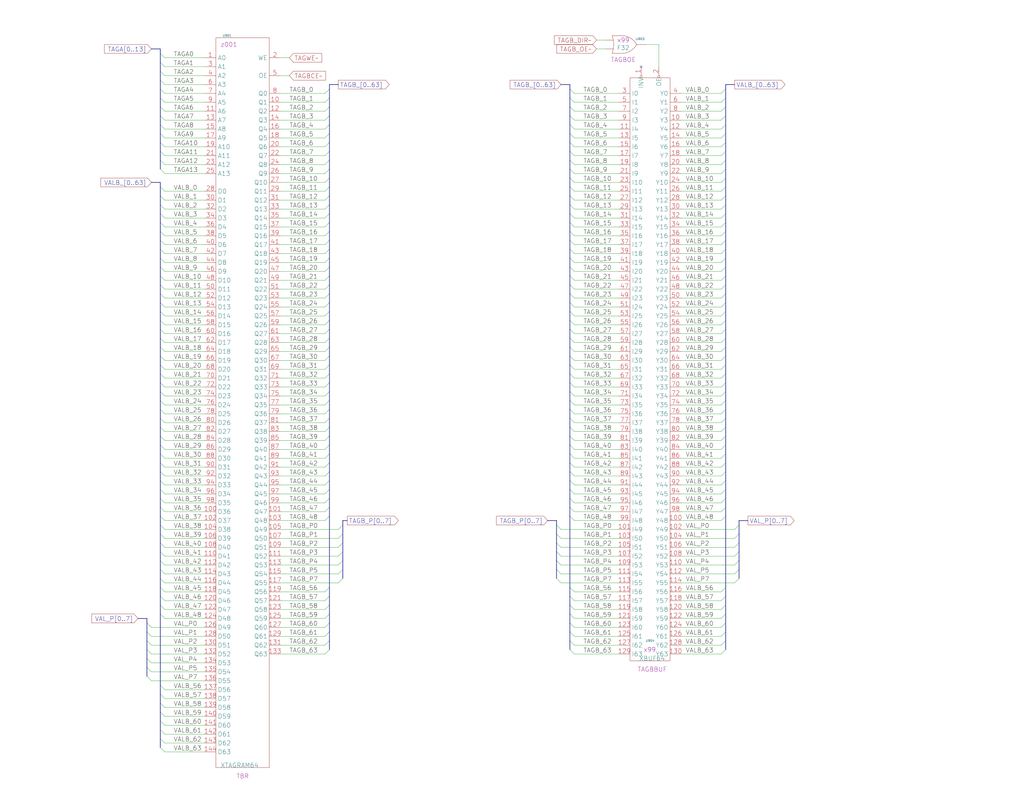
<source format=kicad_sch>
(kicad_sch (version 20230121) (generator eeschema)
  (paper "User" 584.2 457.2)
  (title_block (title "TAGB RAMS\\n0:40, 56:63, P0:P5, P7") (date "08-MAR-90") (rev "0.0") (comment 1 "MEM32 BOARD") (comment 2 "232-003066") (comment 3 "S400") (comment 4 "RELEASED"))
  (no_connect (at 365.76 38.1))
  (bus_entry (at 414.02 137.16) (size -2.54 2.54))
  (bus_entry (at 195.58 299.72) (size -2.54 2.54))
  (bus_entry (at 187.96 208.28) (size -2.54 2.54))
  (bus_entry (at 187.96 101.6) (size -2.54 2.54))
  (bus_entry (at 414.02 238.76) (size -2.54 2.54))
  (bus_entry (at 187.96 132.08) (size -2.54 2.54))
  (bus_entry (at 414.02 111.76) (size -2.54 2.54))
  (bus_entry (at 83.82 370.84) (size 2.54 2.54))
  (bus_entry (at 317.5 299.72) (size 2.54 2.54))
  (bus_entry (at 187.96 243.84) (size -2.54 2.54))
  (bus_entry (at 91.44 289.56) (size 2.54 2.54))
  (bus_entry (at 325.12 274.32) (size 2.54 2.54))
  (bus_entry (at 91.44 269.24) (size 2.54 2.54))
  (bus_entry (at 414.02 269.24) (size -2.54 2.54))
  (bus_entry (at 91.44 411.48) (size 2.54 2.54))
  (bus_entry (at 91.44 218.44) (size 2.54 2.54))
  (bus_entry (at 187.96 213.36) (size -2.54 2.54))
  (bus_entry (at 91.44 284.48) (size 2.54 2.54))
  (bus_entry (at 91.44 243.84) (size 2.54 2.54))
  (bus_entry (at 421.64 330.2) (size -2.54 2.54))
  (bus_entry (at 414.02 340.36) (size -2.54 2.54))
  (bus_entry (at 187.96 147.32) (size -2.54 2.54))
  (bus_entry (at 91.44 35.56) (size 2.54 2.54))
  (bus_entry (at 414.02 198.12) (size -2.54 2.54))
  (bus_entry (at 91.44 55.88) (size 2.54 2.54))
  (bus_entry (at 187.96 228.6) (size -2.54 2.54))
  (bus_entry (at 414.02 345.44) (size -2.54 2.54))
  (bus_entry (at 414.02 187.96) (size -2.54 2.54))
  (bus_entry (at 91.44 304.8) (size 2.54 2.54))
  (bus_entry (at 325.12 116.84) (size 2.54 2.54))
  (bus_entry (at 414.02 167.64) (size -2.54 2.54))
  (bus_entry (at 325.12 182.88) (size 2.54 2.54))
  (bus_entry (at 325.12 157.48) (size 2.54 2.54))
  (bus_entry (at 91.44 309.88) (size 2.54 2.54))
  (bus_entry (at 414.02 208.28) (size -2.54 2.54))
  (bus_entry (at 91.44 137.16) (size 2.54 2.54))
  (bus_entry (at 91.44 91.44) (size 2.54 2.54))
  (bus_entry (at 187.96 269.24) (size -2.54 2.54))
  (bus_entry (at 91.44 396.24) (size 2.54 2.54))
  (bus_entry (at 187.96 355.6) (size -2.54 2.54))
  (bus_entry (at 91.44 193.04) (size 2.54 2.54))
  (bus_entry (at 414.02 193.04) (size -2.54 2.54))
  (bus_entry (at 325.12 289.56) (size 2.54 2.54))
  (bus_entry (at 325.12 60.96) (size 2.54 2.54))
  (bus_entry (at 91.44 248.92) (size 2.54 2.54))
  (bus_entry (at 325.12 243.84) (size 2.54 2.54))
  (bus_entry (at 91.44 325.12) (size 2.54 2.54))
  (bus_entry (at 91.44 66.04) (size 2.54 2.54))
  (bus_entry (at 91.44 182.88) (size 2.54 2.54))
  (bus_entry (at 187.96 248.92) (size -2.54 2.54))
  (bus_entry (at 325.12 132.08) (size 2.54 2.54))
  (bus_entry (at 187.96 96.52) (size -2.54 2.54))
  (bus_entry (at 325.12 172.72) (size 2.54 2.54))
  (bus_entry (at 414.02 101.6) (size -2.54 2.54))
  (bus_entry (at 91.44 228.6) (size 2.54 2.54))
  (bus_entry (at 91.44 111.76) (size 2.54 2.54))
  (bus_entry (at 187.96 137.16) (size -2.54 2.54))
  (bus_entry (at 187.96 71.12) (size -2.54 2.54))
  (bus_entry (at 325.12 193.04) (size 2.54 2.54))
  (bus_entry (at 91.44 116.84) (size 2.54 2.54))
  (bus_entry (at 317.5 320.04) (size 2.54 2.54))
  (bus_entry (at 325.12 50.8) (size 2.54 2.54))
  (bus_entry (at 325.12 238.76) (size 2.54 2.54))
  (bus_entry (at 91.44 157.48) (size 2.54 2.54))
  (bus_entry (at 414.02 335.28) (size -2.54 2.54))
  (bus_entry (at 414.02 71.12) (size -2.54 2.54))
  (bus_entry (at 187.96 294.64) (size -2.54 2.54))
  (bus_entry (at 91.44 198.12) (size 2.54 2.54))
  (bus_entry (at 325.12 162.56) (size 2.54 2.54))
  (bus_entry (at 414.02 289.56) (size -2.54 2.54))
  (bus_entry (at 187.96 274.32) (size -2.54 2.54))
  (bus_entry (at 91.44 345.44) (size 2.54 2.54))
  (bus_entry (at 195.58 304.8) (size -2.54 2.54))
  (bus_entry (at 325.12 213.36) (size 2.54 2.54))
  (bus_entry (at 83.82 355.6) (size 2.54 2.54))
  (bus_entry (at 91.44 147.32) (size 2.54 2.54))
  (bus_entry (at 187.96 142.24) (size -2.54 2.54))
  (bus_entry (at 325.12 198.12) (size 2.54 2.54))
  (bus_entry (at 325.12 345.44) (size 2.54 2.54))
  (bus_entry (at 317.5 325.12) (size 2.54 2.54))
  (bus_entry (at 187.96 50.8) (size -2.54 2.54))
  (bus_entry (at 195.58 330.2) (size -2.54 2.54))
  (bus_entry (at 325.12 360.68) (size 2.54 2.54))
  (bus_entry (at 187.96 259.08) (size -2.54 2.54))
  (bus_entry (at 414.02 365.76) (size -2.54 2.54))
  (bus_entry (at 91.44 45.72) (size 2.54 2.54))
  (bus_entry (at 83.82 365.76) (size 2.54 2.54))
  (bus_entry (at 317.5 314.96) (size 2.54 2.54))
  (bus_entry (at 414.02 213.36) (size -2.54 2.54))
  (bus_entry (at 414.02 162.56) (size -2.54 2.54))
  (bus_entry (at 187.96 91.44) (size -2.54 2.54))
  (bus_entry (at 414.02 243.84) (size -2.54 2.54))
  (bus_entry (at 414.02 142.24) (size -2.54 2.54))
  (bus_entry (at 414.02 233.68) (size -2.54 2.54))
  (bus_entry (at 325.12 208.28) (size 2.54 2.54))
  (bus_entry (at 91.44 162.56) (size 2.54 2.54))
  (bus_entry (at 325.12 264.16) (size 2.54 2.54))
  (bus_entry (at 317.5 309.88) (size 2.54 2.54))
  (bus_entry (at 91.44 238.76) (size 2.54 2.54))
  (bus_entry (at 414.02 284.48) (size -2.54 2.54))
  (bus_entry (at 91.44 259.08) (size 2.54 2.54))
  (bus_entry (at 414.02 370.84) (size -2.54 2.54))
  (bus_entry (at 414.02 66.04) (size -2.54 2.54))
  (bus_entry (at 414.02 259.08) (size -2.54 2.54))
  (bus_entry (at 325.12 259.08) (size 2.54 2.54))
  (bus_entry (at 414.02 350.52) (size -2.54 2.54))
  (bus_entry (at 317.5 330.2) (size 2.54 2.54))
  (bus_entry (at 91.44 96.52) (size 2.54 2.54))
  (bus_entry (at 325.12 254) (size 2.54 2.54))
  (bus_entry (at 414.02 81.28) (size -2.54 2.54))
  (bus_entry (at 414.02 116.84) (size -2.54 2.54))
  (bus_entry (at 325.12 340.36) (size 2.54 2.54))
  (bus_entry (at 325.12 223.52) (size 2.54 2.54))
  (bus_entry (at 325.12 203.2) (size 2.54 2.54))
  (bus_entry (at 187.96 360.68) (size -2.54 2.54))
  (bus_entry (at 414.02 60.96) (size -2.54 2.54))
  (bus_entry (at 325.12 335.28) (size 2.54 2.54))
  (bus_entry (at 325.12 218.44) (size 2.54 2.54))
  (bus_entry (at 187.96 187.96) (size -2.54 2.54))
  (bus_entry (at 187.96 76.2) (size -2.54 2.54))
  (bus_entry (at 91.44 254) (size 2.54 2.54))
  (bus_entry (at 421.64 304.8) (size -2.54 2.54))
  (bus_entry (at 187.96 172.72) (size -2.54 2.54))
  (bus_entry (at 91.44 314.96) (size 2.54 2.54))
  (bus_entry (at 187.96 157.48) (size -2.54 2.54))
  (bus_entry (at 187.96 365.76) (size -2.54 2.54))
  (bus_entry (at 187.96 350.52) (size -2.54 2.54))
  (bus_entry (at 187.96 238.76) (size -2.54 2.54))
  (bus_entry (at 325.12 91.44) (size 2.54 2.54))
  (bus_entry (at 325.12 233.68) (size 2.54 2.54))
  (bus_entry (at 317.5 304.8) (size 2.54 2.54))
  (bus_entry (at 187.96 284.48) (size -2.54 2.54))
  (bus_entry (at 414.02 86.36) (size -2.54 2.54))
  (bus_entry (at 325.12 187.96) (size 2.54 2.54))
  (bus_entry (at 83.82 386.08) (size 2.54 2.54))
  (bus_entry (at 414.02 248.92) (size -2.54 2.54))
  (bus_entry (at 414.02 177.8) (size -2.54 2.54))
  (bus_entry (at 325.12 111.76) (size 2.54 2.54))
  (bus_entry (at 325.12 86.36) (size 2.54 2.54))
  (bus_entry (at 414.02 254) (size -2.54 2.54))
  (bus_entry (at 187.96 127) (size -2.54 2.54))
  (bus_entry (at 91.44 350.52) (size 2.54 2.54))
  (bus_entry (at 91.44 223.52) (size 2.54 2.54))
  (bus_entry (at 91.44 330.2) (size 2.54 2.54))
  (bus_entry (at 91.44 208.28) (size 2.54 2.54))
  (bus_entry (at 414.02 223.52) (size -2.54 2.54))
  (bus_entry (at 91.44 406.4) (size 2.54 2.54))
  (bus_entry (at 325.12 101.6) (size 2.54 2.54))
  (bus_entry (at 421.64 299.72) (size -2.54 2.54))
  (bus_entry (at 91.44 177.8) (size 2.54 2.54))
  (bus_entry (at 187.96 167.64) (size -2.54 2.54))
  (bus_entry (at 414.02 132.08) (size -2.54 2.54))
  (bus_entry (at 414.02 127) (size -2.54 2.54))
  (bus_entry (at 91.44 30.48) (size 2.54 2.54))
  (bus_entry (at 91.44 340.36) (size 2.54 2.54))
  (bus_entry (at 187.96 218.44) (size -2.54 2.54))
  (bus_entry (at 414.02 91.44) (size -2.54 2.54))
  (bus_entry (at 414.02 157.48) (size -2.54 2.54))
  (bus_entry (at 421.64 325.12) (size -2.54 2.54))
  (bus_entry (at 91.44 71.12) (size 2.54 2.54))
  (bus_entry (at 414.02 294.64) (size -2.54 2.54))
  (bus_entry (at 187.96 345.44) (size -2.54 2.54))
  (bus_entry (at 91.44 76.2) (size 2.54 2.54))
  (bus_entry (at 83.82 375.92) (size 2.54 2.54))
  (bus_entry (at 414.02 203.2) (size -2.54 2.54))
  (bus_entry (at 325.12 96.52) (size 2.54 2.54))
  (bus_entry (at 91.44 121.92) (size 2.54 2.54))
  (bus_entry (at 325.12 269.24) (size 2.54 2.54))
  (bus_entry (at 91.44 335.28) (size 2.54 2.54))
  (bus_entry (at 187.96 193.04) (size -2.54 2.54))
  (bus_entry (at 414.02 279.4) (size -2.54 2.54))
  (bus_entry (at 325.12 279.4) (size 2.54 2.54))
  (bus_entry (at 91.44 167.64) (size 2.54 2.54))
  (bus_entry (at 414.02 360.68) (size -2.54 2.54))
  (bus_entry (at 325.12 228.6) (size 2.54 2.54))
  (bus_entry (at 414.02 106.68) (size -2.54 2.54))
  (bus_entry (at 414.02 264.16) (size -2.54 2.54))
  (bus_entry (at 91.44 106.68) (size 2.54 2.54))
  (bus_entry (at 325.12 127) (size 2.54 2.54))
  (bus_entry (at 414.02 50.8) (size -2.54 2.54))
  (bus_entry (at 91.44 401.32) (size 2.54 2.54))
  (bus_entry (at 187.96 106.68) (size -2.54 2.54))
  (bus_entry (at 414.02 218.44) (size -2.54 2.54))
  (bus_entry (at 325.12 248.92) (size 2.54 2.54))
  (bus_entry (at 414.02 121.92) (size -2.54 2.54))
  (bus_entry (at 325.12 355.6) (size 2.54 2.54))
  (bus_entry (at 187.96 182.88) (size -2.54 2.54))
  (bus_entry (at 325.12 137.16) (size 2.54 2.54))
  (bus_entry (at 91.44 299.72) (size 2.54 2.54))
  (bus_entry (at 187.96 60.96) (size -2.54 2.54))
  (bus_entry (at 91.44 274.32) (size 2.54 2.54))
  (bus_entry (at 91.44 142.24) (size 2.54 2.54))
  (bus_entry (at 195.58 309.88) (size -2.54 2.54))
  (bus_entry (at 414.02 55.88) (size -2.54 2.54))
  (bus_entry (at 195.58 320.04) (size -2.54 2.54))
  (bus_entry (at 91.44 187.96) (size 2.54 2.54))
  (bus_entry (at 83.82 360.68) (size 2.54 2.54))
  (bus_entry (at 187.96 203.2) (size -2.54 2.54))
  (bus_entry (at 91.44 279.4) (size 2.54 2.54))
  (bus_entry (at 187.96 121.92) (size -2.54 2.54))
  (bus_entry (at 414.02 147.32) (size -2.54 2.54))
  (bus_entry (at 91.44 50.8) (size 2.54 2.54))
  (bus_entry (at 91.44 127) (size 2.54 2.54))
  (bus_entry (at 91.44 81.28) (size 2.54 2.54))
  (bus_entry (at 187.96 152.4) (size -2.54 2.54))
  (bus_entry (at 91.44 320.04) (size 2.54 2.54))
  (bus_entry (at 91.44 264.16) (size 2.54 2.54))
  (bus_entry (at 325.12 142.24) (size 2.54 2.54))
  (bus_entry (at 325.12 152.4) (size 2.54 2.54))
  (bus_entry (at 91.44 172.72) (size 2.54 2.54))
  (bus_entry (at 91.44 421.64) (size 2.54 2.54))
  (bus_entry (at 187.96 111.76) (size -2.54 2.54))
  (bus_entry (at 414.02 172.72) (size -2.54 2.54))
  (bus_entry (at 91.44 391.16) (size 2.54 2.54))
  (bus_entry (at 187.96 289.56) (size -2.54 2.54))
  (bus_entry (at 187.96 335.28) (size -2.54 2.54))
  (bus_entry (at 187.96 86.36) (size -2.54 2.54))
  (bus_entry (at 325.12 365.76) (size 2.54 2.54))
  (bus_entry (at 325.12 55.88) (size 2.54 2.54))
  (bus_entry (at 414.02 152.4) (size -2.54 2.54))
  (bus_entry (at 83.82 381) (size 2.54 2.54))
  (bus_entry (at 187.96 177.8) (size -2.54 2.54))
  (bus_entry (at 325.12 284.48) (size 2.54 2.54))
  (bus_entry (at 414.02 76.2) (size -2.54 2.54))
  (bus_entry (at 187.96 223.52) (size -2.54 2.54))
  (bus_entry (at 421.64 320.04) (size -2.54 2.54))
  (bus_entry (at 325.12 76.2) (size 2.54 2.54))
  (bus_entry (at 187.96 264.16) (size -2.54 2.54))
  (bus_entry (at 91.44 416.56) (size 2.54 2.54))
  (bus_entry (at 91.44 233.68) (size 2.54 2.54))
  (bus_entry (at 187.96 254) (size -2.54 2.54))
  (bus_entry (at 414.02 228.6) (size -2.54 2.54))
  (bus_entry (at 91.44 426.72) (size 2.54 2.54))
  (bus_entry (at 325.12 71.12) (size 2.54 2.54))
  (bus_entry (at 187.96 81.28) (size -2.54 2.54))
  (bus_entry (at 195.58 314.96) (size -2.54 2.54))
  (bus_entry (at 91.44 294.64) (size 2.54 2.54))
  (bus_entry (at 195.58 325.12) (size -2.54 2.54))
  (bus_entry (at 325.12 370.84) (size 2.54 2.54))
  (bus_entry (at 414.02 96.52) (size -2.54 2.54))
  (bus_entry (at 187.96 198.12) (size -2.54 2.54))
  (bus_entry (at 414.02 182.88) (size -2.54 2.54))
  (bus_entry (at 187.96 66.04) (size -2.54 2.54))
  (bus_entry (at 91.44 132.08) (size 2.54 2.54))
  (bus_entry (at 187.96 340.36) (size -2.54 2.54))
  (bus_entry (at 421.64 309.88) (size -2.54 2.54))
  (bus_entry (at 325.12 147.32) (size 2.54 2.54))
  (bus_entry (at 325.12 177.8) (size 2.54 2.54))
  (bus_entry (at 325.12 121.92) (size 2.54 2.54))
  (bus_entry (at 325.12 81.28) (size 2.54 2.54))
  (bus_entry (at 187.96 116.84) (size -2.54 2.54))
  (bus_entry (at 91.44 40.64) (size 2.54 2.54))
  (bus_entry (at 414.02 355.6) (size -2.54 2.54))
  (bus_entry (at 91.44 152.4) (size 2.54 2.54))
  (bus_entry (at 325.12 106.68) (size 2.54 2.54))
  (bus_entry (at 187.96 55.88) (size -2.54 2.54))
  (bus_entry (at 91.44 203.2) (size 2.54 2.54))
  (bus_entry (at 187.96 370.84) (size -2.54 2.54))
  (bus_entry (at 325.12 66.04) (size 2.54 2.54))
  (bus_entry (at 325.12 167.64) (size 2.54 2.54))
  (bus_entry (at 414.02 274.32) (size -2.54 2.54))
  (bus_entry (at 91.44 86.36) (size 2.54 2.54))
  (bus_entry (at 187.96 279.4) (size -2.54 2.54))
  (bus_entry (at 325.12 294.64) (size 2.54 2.54))
  (bus_entry (at 91.44 213.36) (size 2.54 2.54))
  (bus_entry (at 187.96 162.56) (size -2.54 2.54))
  (bus_entry (at 187.96 233.68) (size -2.54 2.54))
  (bus_entry (at 91.44 60.96) (size 2.54 2.54))
  (bus_entry (at 325.12 350.52) (size 2.54 2.54))
  (bus_entry (at 421.64 314.96) (size -2.54 2.54))
  (wire (pts (xy 160.02 302.26) (xy 193.04 302.26)))
  (wire (pts (xy 160.02 175.26) (xy 185.42 175.26)))
  (wire (pts (xy 116.84 190.5) (xy 93.98 190.5)))
  (wire (pts (xy 388.62 129.54) (xy 411.48 129.54)))
  (wire (pts (xy 116.84 170.18) (xy 93.98 170.18)))
  (wire (pts (xy 327.66 363.22) (xy 353.06 363.22)))
  (bus (pts (xy 414.02 182.88) (xy 414.02 187.96)))
  (wire (pts (xy 388.62 119.38) (xy 411.48 119.38)))
  (bus (pts (xy 325.12 187.96) (xy 325.12 182.88)))
  (bus (pts (xy 187.96 106.68) (xy 187.96 111.76)))
  (wire (pts (xy 116.84 312.42) (xy 93.98 312.42)))
  (bus (pts (xy 325.12 86.36) (xy 325.12 81.28)))
  (bus (pts (xy 317.5 325.12) (xy 317.5 320.04)))
  (bus (pts (xy 195.58 297.18) (xy 195.58 299.72)))
  (bus (pts (xy 195.58 320.04) (xy 195.58 325.12)))
  (wire (pts (xy 327.66 58.42) (xy 353.06 58.42)))
  (wire (pts (xy 160.02 363.22) (xy 185.42 363.22)))
  (wire (pts (xy 327.66 190.5) (xy 353.06 190.5)))
  (wire (pts (xy 116.84 403.86) (xy 93.98 403.86)))
  (bus (pts (xy 187.96 360.68) (xy 187.96 365.76)))
  (bus (pts (xy 187.96 111.76) (xy 187.96 116.84)))
  (wire (pts (xy 327.66 88.9) (xy 353.06 88.9)))
  (bus (pts (xy 83.82 355.6) (xy 83.82 353.06)))
  (bus (pts (xy 91.44 208.28) (xy 91.44 213.36)))
  (wire (pts (xy 388.62 124.46) (xy 411.48 124.46)))
  (bus (pts (xy 414.02 279.4) (xy 414.02 284.48)))
  (bus (pts (xy 91.44 213.36) (xy 91.44 218.44)))
  (bus (pts (xy 325.12 269.24) (xy 325.12 264.16)))
  (bus (pts (xy 414.02 91.44) (xy 414.02 96.52)))
  (bus (pts (xy 414.02 76.2) (xy 414.02 81.28)))
  (wire (pts (xy 160.02 292.1) (xy 185.42 292.1)))
  (wire (pts (xy 160.02 342.9) (xy 185.42 342.9)))
  (wire (pts (xy 388.62 99.06) (xy 411.48 99.06)))
  (wire (pts (xy 160.02 256.54) (xy 185.42 256.54)))
  (wire (pts (xy 116.84 327.66) (xy 93.98 327.66)))
  (bus (pts (xy 187.96 162.56) (xy 187.96 167.64)))
  (bus (pts (xy 414.02 101.6) (xy 414.02 106.68)))
  (wire (pts (xy 327.66 154.94) (xy 353.06 154.94)))
  (bus (pts (xy 325.12 142.24) (xy 325.12 137.16)))
  (wire (pts (xy 116.84 109.22) (xy 93.98 109.22)))
  (bus (pts (xy 414.02 238.76) (xy 414.02 243.84)))
  (bus (pts (xy 187.96 132.08) (xy 187.96 137.16)))
  (wire (pts (xy 160.02 281.94) (xy 185.42 281.94)))
  (bus (pts (xy 187.96 345.44) (xy 187.96 350.52)))
  (bus (pts (xy 91.44 137.16) (xy 91.44 142.24)))
  (wire (pts (xy 327.66 353.06) (xy 353.06 353.06)))
  (bus (pts (xy 187.96 279.4) (xy 187.96 284.48)))
  (wire (pts (xy 327.66 185.42) (xy 353.06 185.42)))
  (wire (pts (xy 327.66 73.66) (xy 353.06 73.66)))
  (wire (pts (xy 160.02 241.3) (xy 185.42 241.3)))
  (bus (pts (xy 414.02 335.28) (xy 414.02 340.36)))
  (wire (pts (xy 388.62 307.34) (xy 419.1 307.34)))
  (bus (pts (xy 91.44 289.56) (xy 91.44 294.64)))
  (bus (pts (xy 83.82 375.92) (xy 83.82 370.84)))
  (wire (pts (xy 327.66 220.98) (xy 353.06 220.98)))
  (wire (pts (xy 160.02 195.58) (xy 185.42 195.58)))
  (bus (pts (xy 414.02 228.6) (xy 414.02 233.68)))
  (bus (pts (xy 414.02 243.84) (xy 414.02 248.92)))
  (wire (pts (xy 116.84 165.1) (xy 93.98 165.1)))
  (wire (pts (xy 327.66 68.58) (xy 353.06 68.58)))
  (bus (pts (xy 414.02 142.24) (xy 414.02 147.32)))
  (wire (pts (xy 327.66 195.58) (xy 353.06 195.58)))
  (wire (pts (xy 160.02 93.98) (xy 185.42 93.98)))
  (wire (pts (xy 116.84 261.62) (xy 93.98 261.62)))
  (wire (pts (xy 388.62 63.5) (xy 411.48 63.5)))
  (bus (pts (xy 325.12 274.32) (xy 325.12 269.24)))
  (wire (pts (xy 116.84 134.62) (xy 93.98 134.62)))
  (wire (pts (xy 160.02 205.74) (xy 185.42 205.74)))
  (bus (pts (xy 325.12 345.44) (xy 325.12 340.36)))
  (bus (pts (xy 325.12 96.52) (xy 325.12 91.44)))
  (wire (pts (xy 116.84 119.38) (xy 93.98 119.38)))
  (wire (pts (xy 160.02 99.06) (xy 185.42 99.06)))
  (bus (pts (xy 91.44 325.12) (xy 91.44 330.2)))
  (bus (pts (xy 414.02 345.44) (xy 414.02 350.52)))
  (wire (pts (xy 160.02 353.06) (xy 185.42 353.06)))
  (wire (pts (xy 388.62 231.14) (xy 411.48 231.14)))
  (bus (pts (xy 91.44 50.8) (xy 91.44 55.88)))
  (wire (pts (xy 116.84 388.62) (xy 86.36 388.62)))
  (wire (pts (xy 327.66 160.02) (xy 353.06 160.02)))
  (bus (pts (xy 91.44 91.44) (xy 91.44 96.52)))
  (wire (pts (xy 327.66 236.22) (xy 353.06 236.22)))
  (bus (pts (xy 91.44 76.2) (xy 91.44 81.28)))
  (bus (pts (xy 187.96 233.68) (xy 187.96 238.76)))
  (bus (pts (xy 91.44 167.64) (xy 91.44 172.72)))
  (wire (pts (xy 160.02 114.3) (xy 185.42 114.3)))
  (wire (pts (xy 327.66 276.86) (xy 353.06 276.86)))
  (wire (pts (xy 160.02 358.14) (xy 185.42 358.14)))
  (bus (pts (xy 91.44 111.76) (xy 91.44 116.84)))
  (bus (pts (xy 414.02 147.32) (xy 414.02 152.4)))
  (bus (pts (xy 414.02 177.8) (xy 414.02 182.88)))
  (wire (pts (xy 116.84 251.46) (xy 93.98 251.46)))
  (wire (pts (xy 160.02 368.3) (xy 185.42 368.3)))
  (bus (pts (xy 325.12 60.96) (xy 325.12 55.88)))
  (bus (pts (xy 421.64 304.8) (xy 421.64 299.72)))
  (wire (pts (xy 388.62 358.14) (xy 411.48 358.14)))
  (wire (pts (xy 327.66 200.66) (xy 353.06 200.66)))
  (bus (pts (xy 325.12 132.08) (xy 325.12 127)))
  (bus (pts (xy 91.44 284.48) (xy 91.44 289.56)))
  (wire (pts (xy 388.62 363.22) (xy 411.48 363.22)))
  (bus (pts (xy 83.82 360.68) (xy 83.82 355.6)))
  (wire (pts (xy 116.84 180.34) (xy 93.98 180.34)))
  (bus (pts (xy 91.44 401.32) (xy 91.44 406.4)))
  (wire (pts (xy 388.62 292.1) (xy 411.48 292.1)))
  (bus (pts (xy 187.96 152.4) (xy 187.96 157.48)))
  (bus (pts (xy 325.12 121.92) (xy 325.12 116.84)))
  (bus (pts (xy 414.02 116.84) (xy 414.02 121.92)))
  (bus (pts (xy 414.02 355.6) (xy 414.02 360.68)))
  (bus (pts (xy 187.96 76.2) (xy 187.96 81.28)))
  (wire (pts (xy 388.62 180.34) (xy 411.48 180.34)))
  (wire (pts (xy 327.66 342.9) (xy 353.06 342.9)))
  (bus (pts (xy 91.44 218.44) (xy 91.44 223.52)))
  (wire (pts (xy 327.66 109.22) (xy 353.06 109.22)))
  (wire (pts (xy 388.62 154.94) (xy 411.48 154.94)))
  (bus (pts (xy 83.82 353.06) (xy 78.74 353.06)))
  (wire (pts (xy 388.62 276.86) (xy 411.48 276.86)))
  (bus (pts (xy 325.12 91.44) (xy 325.12 86.36)))
  (wire (pts (xy 327.66 373.38) (xy 353.06 373.38)))
  (bus (pts (xy 325.12 233.68) (xy 325.12 228.6)))
  (bus (pts (xy 414.02 248.92) (xy 414.02 254)))
  (bus (pts (xy 187.96 193.04) (xy 187.96 198.12)))
  (bus (pts (xy 187.96 187.96) (xy 187.96 193.04)))
  (bus (pts (xy 91.44 259.08) (xy 91.44 264.16)))
  (wire (pts (xy 160.02 58.42) (xy 185.42 58.42)))
  (bus (pts (xy 414.02 269.24) (xy 414.02 274.32)))
  (wire (pts (xy 388.62 281.94) (xy 411.48 281.94)))
  (wire (pts (xy 388.62 210.82) (xy 411.48 210.82)))
  (bus (pts (xy 83.82 386.08) (xy 83.82 381)))
  (wire (pts (xy 93.98 88.9) (xy 116.84 88.9)))
  (bus (pts (xy 414.02 208.28) (xy 414.02 213.36)))
  (bus (pts (xy 414.02 127) (xy 414.02 132.08)))
  (bus (pts (xy 414.02 233.68) (xy 414.02 238.76)))
  (bus (pts (xy 325.12 152.4) (xy 325.12 147.32)))
  (wire (pts (xy 116.84 271.78) (xy 93.98 271.78)))
  (bus (pts (xy 187.96 294.64) (xy 187.96 335.28)))
  (wire (pts (xy 340.36 27.94) (xy 345.44 27.94)))
  (wire (pts (xy 93.98 43.18) (xy 116.84 43.18)))
  (bus (pts (xy 91.44 187.96) (xy 91.44 193.04)))
  (wire (pts (xy 388.62 215.9) (xy 411.48 215.9)))
  (wire (pts (xy 388.62 83.82) (xy 411.48 83.82)))
  (bus (pts (xy 91.44 104.14) (xy 91.44 106.68)))
  (wire (pts (xy 327.66 210.82) (xy 353.06 210.82)))
  (bus (pts (xy 414.02 132.08) (xy 414.02 137.16)))
  (bus (pts (xy 198.12 297.18) (xy 195.58 297.18)))
  (wire (pts (xy 116.84 200.66) (xy 93.98 200.66)))
  (wire (pts (xy 116.84 287.02) (xy 93.98 287.02)))
  (bus (pts (xy 91.44 320.04) (xy 91.44 325.12)))
  (bus (pts (xy 325.12 350.52) (xy 325.12 345.44)))
  (wire (pts (xy 327.66 129.54) (xy 353.06 129.54)))
  (wire (pts (xy 327.66 231.14) (xy 353.06 231.14)))
  (wire (pts (xy 160.02 215.9) (xy 185.42 215.9)))
  (bus (pts (xy 187.96 50.8) (xy 187.96 55.88)))
  (wire (pts (xy 327.66 63.5) (xy 353.06 63.5)))
  (bus (pts (xy 91.44 416.56) (xy 91.44 421.64)))
  (bus (pts (xy 187.96 264.16) (xy 187.96 269.24)))
  (bus (pts (xy 91.44 345.44) (xy 91.44 350.52)))
  (bus (pts (xy 91.44 233.68) (xy 91.44 238.76)))
  (wire (pts (xy 116.84 195.58) (xy 93.98 195.58)))
  (bus (pts (xy 414.02 274.32) (xy 414.02 279.4)))
  (wire (pts (xy 160.02 180.34) (xy 185.42 180.34)))
  (wire (pts (xy 116.84 297.18) (xy 93.98 297.18)))
  (wire (pts (xy 160.02 246.38) (xy 185.42 246.38)))
  (bus (pts (xy 414.02 50.8) (xy 414.02 55.88)))
  (bus (pts (xy 414.02 137.16) (xy 414.02 142.24)))
  (wire (pts (xy 388.62 322.58) (xy 419.1 322.58)))
  (bus (pts (xy 325.12 248.92) (xy 325.12 243.84)))
  (bus (pts (xy 325.12 289.56) (xy 325.12 284.48)))
  (bus (pts (xy 187.96 274.32) (xy 187.96 279.4)))
  (wire (pts (xy 320.04 317.5) (xy 353.06 317.5)))
  (bus (pts (xy 325.12 177.8) (xy 325.12 172.72)))
  (bus (pts (xy 91.44 279.4) (xy 91.44 284.48)))
  (wire (pts (xy 388.62 88.9) (xy 411.48 88.9)))
  (wire (pts (xy 116.84 149.86) (xy 93.98 149.86)))
  (bus (pts (xy 187.96 121.92) (xy 187.96 127)))
  (bus (pts (xy 414.02 48.26) (xy 414.02 50.8)))
  (bus (pts (xy 91.44 243.84) (xy 91.44 248.92)))
  (wire (pts (xy 327.66 149.86) (xy 353.06 149.86)))
  (bus (pts (xy 91.44 269.24) (xy 91.44 274.32)))
  (bus (pts (xy 414.02 264.16) (xy 414.02 269.24)))
  (wire (pts (xy 116.84 317.5) (xy 93.98 317.5)))
  (wire (pts (xy 160.02 104.14) (xy 185.42 104.14)))
  (bus (pts (xy 187.96 218.44) (xy 187.96 223.52)))
  (bus (pts (xy 91.44 421.64) (xy 91.44 426.72)))
  (bus (pts (xy 187.96 71.12) (xy 187.96 76.2)))
  (wire (pts (xy 327.66 337.82) (xy 353.06 337.82)))
  (wire (pts (xy 327.66 241.3) (xy 353.06 241.3)))
  (bus (pts (xy 317.5 320.04) (xy 317.5 314.96)))
  (wire (pts (xy 388.62 287.02) (xy 411.48 287.02)))
  (bus (pts (xy 414.02 340.36) (xy 414.02 345.44)))
  (wire (pts (xy 160.02 327.66) (xy 193.04 327.66)))
  (wire (pts (xy 160.02 43.18) (xy 165.1 43.18)))
  (bus (pts (xy 187.96 182.88) (xy 187.96 187.96)))
  (wire (pts (xy 388.62 78.74) (xy 411.48 78.74)))
  (wire (pts (xy 327.66 256.54) (xy 353.06 256.54)))
  (wire (pts (xy 116.84 215.9) (xy 93.98 215.9)))
  (wire (pts (xy 327.66 180.34) (xy 353.06 180.34)))
  (bus (pts (xy 325.12 370.84) (xy 325.12 365.76)))
  (bus (pts (xy 91.44 60.96) (xy 91.44 66.04)))
  (bus (pts (xy 187.96 223.52) (xy 187.96 228.6)))
  (bus (pts (xy 91.44 264.16) (xy 91.44 269.24)))
  (wire (pts (xy 327.66 53.34) (xy 353.06 53.34)))
  (bus (pts (xy 83.82 370.84) (xy 83.82 365.76)))
  (bus (pts (xy 187.96 208.28) (xy 187.96 213.36)))
  (wire (pts (xy 160.02 165.1) (xy 185.42 165.1)))
  (bus (pts (xy 86.36 27.94) (xy 91.44 27.94)))
  (bus (pts (xy 325.12 340.36) (xy 325.12 335.28)))
  (bus (pts (xy 325.12 55.88) (xy 325.12 50.8)))
  (wire (pts (xy 327.66 99.06) (xy 353.06 99.06)))
  (wire (pts (xy 116.84 114.3) (xy 93.98 114.3)))
  (bus (pts (xy 317.5 330.2) (xy 317.5 325.12)))
  (bus (pts (xy 91.44 27.94) (xy 91.44 30.48)))
  (wire (pts (xy 160.02 200.66) (xy 185.42 200.66)))
  (bus (pts (xy 325.12 137.16) (xy 325.12 132.08)))
  (bus (pts (xy 414.02 86.36) (xy 414.02 91.44)))
  (bus (pts (xy 187.96 365.76) (xy 187.96 370.84)))
  (wire (pts (xy 116.84 337.82) (xy 93.98 337.82)))
  (bus (pts (xy 91.44 152.4) (xy 91.44 157.48)))
  (bus (pts (xy 414.02 350.52) (xy 414.02 355.6)))
  (bus (pts (xy 414.02 284.48) (xy 414.02 289.56)))
  (wire (pts (xy 160.02 307.34) (xy 193.04 307.34)))
  (wire (pts (xy 160.02 68.58) (xy 185.42 68.58)))
  (bus (pts (xy 325.12 264.16) (xy 325.12 259.08)))
  (wire (pts (xy 388.62 114.3) (xy 411.48 114.3)))
  (bus (pts (xy 187.96 81.28) (xy 187.96 86.36)))
  (wire (pts (xy 388.62 251.46) (xy 411.48 251.46)))
  (wire (pts (xy 116.84 139.7) (xy 93.98 139.7)))
  (bus (pts (xy 187.96 289.56) (xy 187.96 294.64)))
  (bus (pts (xy 91.44 335.28) (xy 91.44 340.36)))
  (bus (pts (xy 320.04 48.26) (xy 325.12 48.26)))
  (wire (pts (xy 116.84 210.82) (xy 93.98 210.82)))
  (bus (pts (xy 187.96 335.28) (xy 187.96 340.36)))
  (wire (pts (xy 116.84 220.98) (xy 93.98 220.98)))
  (bus (pts (xy 91.44 157.48) (xy 91.44 162.56)))
  (wire (pts (xy 116.84 414.02) (xy 93.98 414.02)))
  (wire (pts (xy 388.62 347.98) (xy 411.48 347.98)))
  (bus (pts (xy 187.96 96.52) (xy 187.96 101.6)))
  (wire (pts (xy 388.62 104.14) (xy 411.48 104.14)))
  (bus (pts (xy 91.44 177.8) (xy 91.44 182.88)))
  (bus (pts (xy 325.12 48.26) (xy 325.12 50.8)))
  (wire (pts (xy 160.02 53.34) (xy 185.42 53.34)))
  (bus (pts (xy 187.96 203.2) (xy 187.96 208.28)))
  (wire (pts (xy 388.62 195.58) (xy 411.48 195.58)))
  (bus (pts (xy 187.96 66.04) (xy 187.96 71.12)))
  (bus (pts (xy 91.44 104.14) (xy 86.36 104.14)))
  (wire (pts (xy 116.84 307.34) (xy 93.98 307.34)))
  (wire (pts (xy 160.02 373.38) (xy 185.42 373.38)))
  (bus (pts (xy 187.96 60.96) (xy 187.96 66.04)))
  (wire (pts (xy 93.98 68.58) (xy 116.84 68.58)))
  (wire (pts (xy 116.84 368.3) (xy 86.36 368.3)))
  (wire (pts (xy 160.02 287.02) (xy 185.42 287.02)))
  (wire (pts (xy 388.62 241.3) (xy 411.48 241.3)))
  (bus (pts (xy 325.12 106.68) (xy 325.12 101.6)))
  (wire (pts (xy 327.66 144.78) (xy 353.06 144.78)))
  (bus (pts (xy 195.58 314.96) (xy 195.58 320.04)))
  (bus (pts (xy 325.12 294.64) (xy 325.12 289.56)))
  (wire (pts (xy 388.62 261.62) (xy 411.48 261.62)))
  (wire (pts (xy 388.62 266.7) (xy 411.48 266.7)))
  (bus (pts (xy 421.64 297.18) (xy 426.72 297.18)))
  (wire (pts (xy 388.62 312.42) (xy 419.1 312.42)))
  (wire (pts (xy 327.66 297.18) (xy 353.06 297.18)))
  (wire (pts (xy 327.66 251.46) (xy 353.06 251.46)))
  (wire (pts (xy 160.02 210.82) (xy 185.42 210.82)))
  (wire (pts (xy 160.02 73.66) (xy 185.42 73.66)))
  (wire (pts (xy 327.66 134.62) (xy 353.06 134.62)))
  (wire (pts (xy 160.02 266.7) (xy 185.42 266.7)))
  (bus (pts (xy 91.44 132.08) (xy 91.44 137.16)))
  (bus (pts (xy 325.12 223.52) (xy 325.12 218.44)))
  (bus (pts (xy 325.12 76.2) (xy 325.12 71.12)))
  (wire (pts (xy 327.66 139.7) (xy 353.06 139.7)))
  (wire (pts (xy 327.66 261.62) (xy 353.06 261.62)))
  (wire (pts (xy 388.62 226.06) (xy 411.48 226.06)))
  (bus (pts (xy 187.96 55.88) (xy 187.96 60.96)))
  (bus (pts (xy 91.44 121.92) (xy 91.44 127)))
  (bus (pts (xy 414.02 187.96) (xy 414.02 193.04)))
  (bus (pts (xy 195.58 299.72) (xy 195.58 304.8)))
  (bus (pts (xy 187.96 101.6) (xy 187.96 106.68)))
  (wire (pts (xy 160.02 251.46) (xy 185.42 251.46)))
  (wire (pts (xy 160.02 190.5) (xy 185.42 190.5)))
  (wire (pts (xy 160.02 297.18) (xy 185.42 297.18)))
  (bus (pts (xy 414.02 198.12) (xy 414.02 203.2)))
  (bus (pts (xy 187.96 127) (xy 187.96 132.08)))
  (wire (pts (xy 327.66 292.1) (xy 353.06 292.1)))
  (bus (pts (xy 195.58 325.12) (xy 195.58 330.2)))
  (bus (pts (xy 187.96 142.24) (xy 187.96 147.32)))
  (bus (pts (xy 187.96 254) (xy 187.96 259.08)))
  (wire (pts (xy 160.02 271.78) (xy 185.42 271.78)))
  (wire (pts (xy 160.02 149.86) (xy 185.42 149.86)))
  (bus (pts (xy 91.44 238.76) (xy 91.44 243.84)))
  (wire (pts (xy 93.98 93.98) (xy 116.84 93.98)))
  (bus (pts (xy 91.44 193.04) (xy 91.44 198.12)))
  (bus (pts (xy 414.02 106.68) (xy 414.02 111.76)))
  (wire (pts (xy 116.84 429.26) (xy 93.98 429.26)))
  (wire (pts (xy 160.02 276.86) (xy 185.42 276.86)))
  (wire (pts (xy 116.84 236.22) (xy 93.98 236.22)))
  (bus (pts (xy 187.96 116.84) (xy 187.96 121.92)))
  (wire (pts (xy 116.84 322.58) (xy 93.98 322.58)))
  (wire (pts (xy 160.02 88.9) (xy 185.42 88.9)))
  (wire (pts (xy 375.92 25.4) (xy 375.92 38.1)))
  (wire (pts (xy 327.66 124.46) (xy 353.06 124.46)))
  (bus (pts (xy 325.12 172.72) (xy 325.12 167.64)))
  (wire (pts (xy 116.84 363.22) (xy 86.36 363.22)))
  (bus (pts (xy 325.12 335.28) (xy 325.12 294.64)))
  (bus (pts (xy 421.64 299.72) (xy 421.64 297.18)))
  (bus (pts (xy 325.12 81.28) (xy 325.12 76.2)))
  (wire (pts (xy 388.62 165.1) (xy 411.48 165.1)))
  (wire (pts (xy 116.84 160.02) (xy 93.98 160.02)))
  (wire (pts (xy 93.98 83.82) (xy 116.84 83.82)))
  (bus (pts (xy 414.02 259.08) (xy 414.02 264.16)))
  (wire (pts (xy 388.62 236.22) (xy 411.48 236.22)))
  (bus (pts (xy 91.44 340.36) (xy 91.44 345.44)))
  (wire (pts (xy 327.66 175.26) (xy 353.06 175.26)))
  (wire (pts (xy 388.62 353.06) (xy 411.48 353.06)))
  (bus (pts (xy 414.02 218.44) (xy 414.02 223.52)))
  (bus (pts (xy 91.44 304.8) (xy 91.44 309.88)))
  (bus (pts (xy 325.12 279.4) (xy 325.12 274.32)))
  (wire (pts (xy 388.62 185.42) (xy 411.48 185.42)))
  (bus (pts (xy 317.5 297.18) (xy 312.42 297.18)))
  (wire (pts (xy 160.02 170.18) (xy 185.42 170.18)))
  (bus (pts (xy 91.44 86.36) (xy 91.44 91.44)))
  (bus (pts (xy 414.02 157.48) (xy 414.02 162.56)))
  (wire (pts (xy 327.66 93.98) (xy 353.06 93.98)))
  (bus (pts (xy 187.96 48.26) (xy 187.96 50.8)))
  (wire (pts (xy 116.84 393.7) (xy 93.98 393.7)))
  (bus (pts (xy 325.12 208.28) (xy 325.12 203.2)))
  (bus (pts (xy 414.02 167.64) (xy 414.02 172.72)))
  (wire (pts (xy 93.98 53.34) (xy 116.84 53.34)))
  (wire (pts (xy 116.84 353.06) (xy 93.98 353.06)))
  (wire (pts (xy 160.02 347.98) (xy 185.42 347.98)))
  (bus (pts (xy 91.44 411.48) (xy 91.44 416.56)))
  (bus (pts (xy 91.44 127) (xy 91.44 132.08)))
  (bus (pts (xy 187.96 228.6) (xy 187.96 233.68)))
  (bus (pts (xy 187.96 147.32) (xy 187.96 152.4)))
  (bus (pts (xy 91.44 66.04) (xy 91.44 71.12)))
  (wire (pts (xy 116.84 144.78) (xy 93.98 144.78)))
  (bus (pts (xy 325.12 147.32) (xy 325.12 142.24)))
  (wire (pts (xy 116.84 281.94) (xy 93.98 281.94)))
  (bus (pts (xy 325.12 355.6) (xy 325.12 350.52)))
  (wire (pts (xy 388.62 332.74) (xy 419.1 332.74)))
  (wire (pts (xy 93.98 38.1) (xy 116.84 38.1)))
  (wire (pts (xy 160.02 129.54) (xy 185.42 129.54)))
  (wire (pts (xy 93.98 63.5) (xy 116.84 63.5)))
  (wire (pts (xy 327.66 83.82) (xy 353.06 83.82)))
  (bus (pts (xy 414.02 254) (xy 414.02 259.08)))
  (wire (pts (xy 116.84 231.14) (xy 93.98 231.14)))
  (bus (pts (xy 325.12 228.6) (xy 325.12 223.52)))
  (bus (pts (xy 91.44 198.12) (xy 91.44 203.2)))
  (wire (pts (xy 388.62 337.82) (xy 411.48 337.82)))
  (bus (pts (xy 91.44 203.2) (xy 91.44 208.28)))
  (bus (pts (xy 414.02 203.2) (xy 414.02 208.28)))
  (bus (pts (xy 91.44 35.56) (xy 91.44 40.64)))
  (bus (pts (xy 187.96 167.64) (xy 187.96 172.72)))
  (wire (pts (xy 93.98 78.74) (xy 116.84 78.74)))
  (wire (pts (xy 388.62 170.18) (xy 411.48 170.18)))
  (wire (pts (xy 160.02 231.14) (xy 185.42 231.14)))
  (wire (pts (xy 160.02 63.5) (xy 185.42 63.5)))
  (wire (pts (xy 388.62 317.5) (xy 419.1 317.5)))
  (wire (pts (xy 320.04 332.74) (xy 353.06 332.74)))
  (wire (pts (xy 327.66 78.74) (xy 353.06 78.74)))
  (wire (pts (xy 388.62 271.78) (xy 411.48 271.78)))
  (wire (pts (xy 327.66 226.06) (xy 353.06 226.06)))
  (wire (pts (xy 388.62 53.34) (xy 411.48 53.34)))
  (bus (pts (xy 325.12 101.6) (xy 325.12 96.52)))
  (wire (pts (xy 160.02 144.78) (xy 185.42 144.78)))
  (bus (pts (xy 187.96 213.36) (xy 187.96 218.44)))
  (bus (pts (xy 325.12 157.48) (xy 325.12 152.4)))
  (bus (pts (xy 91.44 391.16) (xy 91.44 396.24)))
  (bus (pts (xy 91.44 45.72) (xy 91.44 50.8)))
  (bus (pts (xy 325.12 254) (xy 325.12 248.92)))
  (wire (pts (xy 116.84 256.54) (xy 93.98 256.54)))
  (bus (pts (xy 91.44 71.12) (xy 91.44 76.2)))
  (wire (pts (xy 116.84 373.38) (xy 86.36 373.38)))
  (bus (pts (xy 187.96 86.36) (xy 187.96 91.44)))
  (wire (pts (xy 388.62 302.26) (xy 419.1 302.26)))
  (wire (pts (xy 116.84 292.1) (xy 93.98 292.1)))
  (wire (pts (xy 388.62 109.22) (xy 411.48 109.22)))
  (bus (pts (xy 414.02 289.56) (xy 414.02 294.64)))
  (bus (pts (xy 421.64 330.2) (xy 421.64 325.12)))
  (bus (pts (xy 414.02 172.72) (xy 414.02 177.8)))
  (bus (pts (xy 414.02 60.96) (xy 414.02 66.04)))
  (wire (pts (xy 388.62 134.62) (xy 411.48 134.62)))
  (bus (pts (xy 325.12 213.36) (xy 325.12 208.28)))
  (bus (pts (xy 187.96 259.08) (xy 187.96 264.16)))
  (bus (pts (xy 187.96 350.52) (xy 187.96 355.6)))
  (wire (pts (xy 116.84 424.18) (xy 93.98 424.18)))
  (bus (pts (xy 91.44 228.6) (xy 91.44 233.68)))
  (bus (pts (xy 414.02 365.76) (xy 414.02 370.84)))
  (bus (pts (xy 414.02 223.52) (xy 414.02 228.6)))
  (bus (pts (xy 414.02 55.88) (xy 414.02 60.96)))
  (wire (pts (xy 388.62 144.78) (xy 411.48 144.78)))
  (wire (pts (xy 327.66 266.7) (xy 353.06 266.7)))
  (wire (pts (xy 116.84 378.46) (xy 86.36 378.46)))
  (wire (pts (xy 327.66 119.38) (xy 353.06 119.38)))
  (wire (pts (xy 116.84 419.1) (xy 93.98 419.1)))
  (bus (pts (xy 414.02 96.52) (xy 414.02 101.6)))
  (bus (pts (xy 325.12 238.76) (xy 325.12 233.68)))
  (bus (pts (xy 325.12 360.68) (xy 325.12 355.6)))
  (bus (pts (xy 414.02 294.64) (xy 414.02 335.28)))
  (wire (pts (xy 116.84 266.7) (xy 93.98 266.7)))
  (wire (pts (xy 160.02 332.74) (xy 193.04 332.74)))
  (wire (pts (xy 116.84 241.3) (xy 93.98 241.3)))
  (wire (pts (xy 327.66 114.3) (xy 353.06 114.3)))
  (wire (pts (xy 327.66 246.38) (xy 353.06 246.38)))
  (wire (pts (xy 340.36 22.86) (xy 345.44 22.86)))
  (bus (pts (xy 195.58 304.8) (xy 195.58 309.88)))
  (wire (pts (xy 388.62 200.66) (xy 411.48 200.66)))
  (wire (pts (xy 116.84 332.74) (xy 93.98 332.74)))
  (bus (pts (xy 414.02 213.36) (xy 414.02 218.44)))
  (bus (pts (xy 193.04 48.26) (xy 187.96 48.26)))
  (wire (pts (xy 388.62 73.66) (xy 411.48 73.66)))
  (wire (pts (xy 116.84 358.14) (xy 86.36 358.14)))
  (bus (pts (xy 414.02 121.92) (xy 414.02 127)))
  (bus (pts (xy 187.96 248.92) (xy 187.96 254)))
  (wire (pts (xy 160.02 261.62) (xy 185.42 261.62)))
  (wire (pts (xy 388.62 342.9) (xy 411.48 342.9)))
  (bus (pts (xy 187.96 91.44) (xy 187.96 96.52)))
  (wire (pts (xy 93.98 99.06) (xy 116.84 99.06)))
  (wire (pts (xy 160.02 134.62) (xy 185.42 134.62)))
  (wire (pts (xy 116.84 408.94) (xy 93.98 408.94)))
  (wire (pts (xy 116.84 226.06) (xy 93.98 226.06)))
  (wire (pts (xy 160.02 236.22) (xy 185.42 236.22)))
  (bus (pts (xy 325.12 182.88) (xy 325.12 177.8)))
  (wire (pts (xy 116.84 383.54) (xy 86.36 383.54)))
  (bus (pts (xy 91.44 248.92) (xy 91.44 254)))
  (bus (pts (xy 91.44 147.32) (xy 91.44 152.4)))
  (wire (pts (xy 388.62 297.18) (xy 411.48 297.18)))
  (bus (pts (xy 325.12 284.48) (xy 325.12 279.4)))
  (wire (pts (xy 388.62 205.74) (xy 411.48 205.74)))
  (wire (pts (xy 116.84 246.38) (xy 93.98 246.38)))
  (bus (pts (xy 187.96 157.48) (xy 187.96 162.56)))
  (bus (pts (xy 325.12 193.04) (xy 325.12 187.96)))
  (bus (pts (xy 91.44 396.24) (xy 91.44 401.32)))
  (bus (pts (xy 187.96 238.76) (xy 187.96 243.84)))
  (bus (pts (xy 91.44 330.2) (xy 91.44 335.28)))
  (wire (pts (xy 116.84 205.74) (xy 93.98 205.74)))
  (wire (pts (xy 160.02 83.82) (xy 185.42 83.82)))
  (bus (pts (xy 414.02 152.4) (xy 414.02 157.48)))
  (bus (pts (xy 187.96 198.12) (xy 187.96 203.2)))
  (bus (pts (xy 317.5 309.88) (xy 317.5 304.8)))
  (bus (pts (xy 414.02 66.04) (xy 414.02 71.12)))
  (wire (pts (xy 388.62 246.38) (xy 411.48 246.38)))
  (bus (pts (xy 187.96 355.6) (xy 187.96 360.68)))
  (bus (pts (xy 83.82 381) (xy 83.82 375.92)))
  (bus (pts (xy 414.02 81.28) (xy 414.02 86.36)))
  (wire (pts (xy 327.66 287.02) (xy 353.06 287.02)))
  (wire (pts (xy 327.66 271.78) (xy 353.06 271.78)))
  (wire (pts (xy 388.62 368.3) (xy 411.48 368.3)))
  (bus (pts (xy 325.12 218.44) (xy 325.12 213.36)))
  (bus (pts (xy 325.12 71.12) (xy 325.12 66.04)))
  (wire (pts (xy 327.66 170.18) (xy 353.06 170.18)))
  (wire (pts (xy 388.62 327.66) (xy 419.1 327.66)))
  (bus (pts (xy 325.12 259.08) (xy 325.12 254)))
  (wire (pts (xy 116.84 154.94) (xy 93.98 154.94)))
  (wire (pts (xy 160.02 78.74) (xy 185.42 78.74)))
  (bus (pts (xy 91.44 55.88) (xy 91.44 60.96)))
  (bus (pts (xy 91.44 40.64) (xy 91.44 45.72)))
  (wire (pts (xy 388.62 160.02) (xy 411.48 160.02)))
  (bus (pts (xy 325.12 365.76) (xy 325.12 360.68)))
  (bus (pts (xy 325.12 66.04) (xy 325.12 60.96)))
  (bus (pts (xy 421.64 309.88) (xy 421.64 304.8)))
  (bus (pts (xy 187.96 284.48) (xy 187.96 289.56)))
  (wire (pts (xy 116.84 129.54) (xy 93.98 129.54)))
  (bus (pts (xy 91.44 254) (xy 91.44 259.08)))
  (wire (pts (xy 320.04 322.58) (xy 353.06 322.58)))
  (wire (pts (xy 93.98 48.26) (xy 116.84 48.26)))
  (wire (pts (xy 327.66 368.3) (xy 353.06 368.3)))
  (bus (pts (xy 325.12 203.2) (xy 325.12 198.12)))
  (bus (pts (xy 414.02 193.04) (xy 414.02 198.12)))
  (bus (pts (xy 421.64 325.12) (xy 421.64 320.04)))
  (wire (pts (xy 388.62 68.58) (xy 411.48 68.58)))
  (wire (pts (xy 160.02 109.22) (xy 185.42 109.22)))
  (bus (pts (xy 325.12 127) (xy 325.12 121.92)))
  (bus (pts (xy 187.96 243.84) (xy 187.96 248.92)))
  (wire (pts (xy 93.98 58.42) (xy 116.84 58.42)))
  (wire (pts (xy 320.04 307.34) (xy 353.06 307.34)))
  (bus (pts (xy 91.44 299.72) (xy 91.44 304.8)))
  (wire (pts (xy 116.84 185.42) (xy 93.98 185.42)))
  (bus (pts (xy 421.64 320.04) (xy 421.64 314.96)))
  (bus (pts (xy 414.02 111.76) (xy 414.02 116.84)))
  (wire (pts (xy 327.66 358.14) (xy 353.06 358.14)))
  (bus (pts (xy 317.5 299.72) (xy 317.5 297.18)))
  (bus (pts (xy 91.44 30.48) (xy 91.44 35.56)))
  (bus (pts (xy 317.5 304.8) (xy 317.5 299.72)))
  (bus (pts (xy 414.02 48.26) (xy 419.1 48.26)))
  (bus (pts (xy 325.12 116.84) (xy 325.12 111.76)))
  (bus (pts (xy 414.02 360.68) (xy 414.02 365.76)))
  (wire (pts (xy 388.62 149.86) (xy 411.48 149.86)))
  (wire (pts (xy 388.62 93.98) (xy 411.48 93.98)))
  (bus (pts (xy 91.44 106.68) (xy 91.44 111.76)))
  (wire (pts (xy 116.84 276.86) (xy 93.98 276.86)))
  (wire (pts (xy 160.02 160.02) (xy 185.42 160.02)))
  (bus (pts (xy 91.44 116.84) (xy 91.44 121.92)))
  (wire (pts (xy 388.62 58.42) (xy 411.48 58.42)))
  (wire (pts (xy 160.02 317.5) (xy 193.04 317.5)))
  (bus (pts (xy 325.12 198.12) (xy 325.12 193.04)))
  (bus (pts (xy 187.96 340.36) (xy 187.96 345.44)))
  (wire (pts (xy 160.02 337.82) (xy 185.42 337.82)))
  (wire (pts (xy 327.66 104.14) (xy 353.06 104.14)))
  (wire (pts (xy 327.66 205.74) (xy 353.06 205.74)))
  (bus (pts (xy 91.44 223.52) (xy 91.44 228.6)))
  (wire (pts (xy 116.84 398.78) (xy 93.98 398.78)))
  (wire (pts (xy 116.84 175.26) (xy 93.98 175.26)))
  (bus (pts (xy 91.44 309.88) (xy 91.44 314.96)))
  (bus (pts (xy 187.96 177.8) (xy 187.96 182.88)))
  (bus (pts (xy 414.02 162.56) (xy 414.02 167.64)))
  (wire (pts (xy 116.84 124.46) (xy 93.98 124.46)))
  (wire (pts (xy 320.04 312.42) (xy 353.06 312.42)))
  (bus (pts (xy 317.5 314.96) (xy 317.5 309.88)))
  (wire (pts (xy 388.62 175.26) (xy 411.48 175.26)))
  (bus (pts (xy 325.12 111.76) (xy 325.12 106.68)))
  (bus (pts (xy 83.82 365.76) (xy 83.82 360.68)))
  (bus (pts (xy 414.02 71.12) (xy 414.02 76.2)))
  (wire (pts (xy 388.62 256.54) (xy 411.48 256.54)))
  (bus (pts (xy 91.44 274.32) (xy 91.44 279.4)))
  (wire (pts (xy 327.66 165.1) (xy 353.06 165.1)))
  (wire (pts (xy 388.62 220.98) (xy 411.48 220.98)))
  (wire (pts (xy 388.62 139.7) (xy 411.48 139.7)))
  (wire (pts (xy 368.3 25.4) (xy 375.92 25.4)))
  (wire (pts (xy 116.84 347.98) (xy 93.98 347.98)))
  (wire (pts (xy 93.98 73.66) (xy 116.84 73.66)))
  (wire (pts (xy 388.62 373.38) (xy 411.48 373.38)))
  (wire (pts (xy 327.66 281.94) (xy 353.06 281.94)))
  (wire (pts (xy 320.04 302.26) (xy 353.06 302.26)))
  (bus (pts (xy 91.44 162.56) (xy 91.44 167.64)))
  (bus (pts (xy 195.58 309.88) (xy 195.58 314.96)))
  (wire (pts (xy 93.98 33.02) (xy 116.84 33.02)))
  (bus (pts (xy 91.44 314.96) (xy 91.44 320.04)))
  (wire (pts (xy 160.02 220.98) (xy 185.42 220.98)))
  (wire (pts (xy 160.02 154.94) (xy 185.42 154.94)))
  (bus (pts (xy 91.44 294.64) (xy 91.44 299.72)))
  (wire (pts (xy 116.84 342.9) (xy 93.98 342.9)))
  (bus (pts (xy 325.12 167.64) (xy 325.12 162.56)))
  (wire (pts (xy 116.84 302.26) (xy 93.98 302.26)))
  (wire (pts (xy 160.02 226.06) (xy 185.42 226.06)))
  (bus (pts (xy 91.44 350.52) (xy 91.44 391.16)))
  (bus (pts (xy 421.64 314.96) (xy 421.64 309.88)))
  (wire (pts (xy 160.02 124.46) (xy 185.42 124.46)))
  (bus (pts (xy 91.44 81.28) (xy 91.44 86.36)))
  (bus (pts (xy 187.96 137.16) (xy 187.96 142.24)))
  (bus (pts (xy 325.12 162.56) (xy 325.12 157.48)))
  (bus (pts (xy 91.44 142.24) (xy 91.44 147.32)))
  (wire (pts (xy 160.02 322.58) (xy 193.04 322.58)))
  (bus (pts (xy 325.12 243.84) (xy 325.12 238.76)))
  (bus (pts (xy 91.44 406.4) (xy 91.44 411.48)))
  (wire (pts (xy 327.66 347.98) (xy 353.06 347.98)))
  (bus (pts (xy 91.44 182.88) (xy 91.44 187.96)))
  (wire (pts (xy 160.02 119.38) (xy 185.42 119.38)))
  (bus (pts (xy 187.96 269.24) (xy 187.96 274.32)))
  (wire (pts (xy 327.66 215.9) (xy 353.06 215.9)))
  (bus (pts (xy 187.96 172.72) (xy 187.96 177.8)))
  (wire (pts (xy 160.02 139.7) (xy 185.42 139.7)))
  (wire (pts (xy 388.62 190.5) (xy 411.48 190.5)))
  (bus (pts (xy 91.44 172.72) (xy 91.44 177.8)))
  (wire (pts (xy 160.02 312.42) (xy 193.04 312.42)))
  (wire (pts (xy 160.02 185.42) (xy 185.42 185.42)))
  (wire (pts (xy 160.02 33.02) (xy 165.1 33.02)))
  (wire (pts (xy 320.04 327.66) (xy 353.06 327.66)))
  (label "VALB_25" (at 391.16 180.34 0) (effects (font (size 2.54 2.54))))
  (label "TAGB_9" (at 332.74 99.06 0) (effects (font (size 2.54 2.54))))
  (label "TAGB_35" (at 165.1 231.14 0) (effects (font (size 2.54 2.54))))
  (label "VALB_13" (at 391.16 119.38 0) (effects (font (size 2.54 2.54))))
  (label "VALB_42" (at 99.06 322.58 0) (effects (font (size 2.54 2.54))))
  (label "VALB_56" (at 99.06 393.7 0) (effects (font (size 2.54 2.54))))
  (label "TAGB_6" (at 165.1 83.82 0) (effects (font (size 2.54 2.54))))
  (label "VALB_40" (at 391.16 256.54 0) (effects (font (size 2.54 2.54))))
  (label "TAGB_16" (at 332.74 134.62 0) (effects (font (size 2.54 2.54))))
  (label "VALB_56" (at 391.16 337.82 0) (effects (font (size 2.54 2.54))))
  (label "TAGB_43" (at 332.74 271.78 0) (effects (font (size 2.54 2.54))))
  (label "VALB_14" (at 99.06 180.34 0) (effects (font (size 2.54 2.54))))
  (label "TAGA1" (at 99.06 38.1 0) (effects (font (size 2.54 2.54))))
  (label "TAGB_14" (at 332.74 124.46 0) (effects (font (size 2.54 2.54))))
  (label "VALB_36" (at 391.16 236.22 0) (effects (font (size 2.54 2.54))))
  (label "VALB_62" (at 391.16 368.3 0) (effects (font (size 2.54 2.54))))
  (label "TAGB_4" (at 165.1 73.66 0) (effects (font (size 2.54 2.54))))
  (label "TAGB_25" (at 165.1 180.34 0) (effects (font (size 2.54 2.54))))
  (label "VALB_14" (at 391.16 124.46 0) (effects (font (size 2.54 2.54))))
  (label "VALB_57" (at 391.16 342.9 0) (effects (font (size 2.54 2.54))))
  (label "TAGB_P3" (at 332.74 317.5 0) (effects (font (size 2.54 2.54))))
  (label "VAL_P7" (at 99.06 388.62 0) (effects (font (size 2.54 2.54))))
  (label "TAGB_46" (at 165.1 287.02 0) (effects (font (size 2.54 2.54))))
  (label "TAGB_P0" (at 165.1 302.26 0) (effects (font (size 2.54 2.54))))
  (label "VALB_21" (at 99.06 215.9 0) (effects (font (size 2.54 2.54))))
  (label "VALB_31" (at 99.06 266.7 0) (effects (font (size 2.54 2.54))))
  (label "TAGB_12" (at 165.1 114.3 0) (effects (font (size 2.54 2.54))))
  (label "TAGB_57" (at 165.1 342.9 0) (effects (font (size 2.54 2.54))))
  (label "TAGB_21" (at 165.1 160.02 0) (effects (font (size 2.54 2.54))))
  (label "TAGB_P2" (at 165.1 312.42 0) (effects (font (size 2.54 2.54))))
  (label "TAGA8" (at 99.06 73.66 0) (effects (font (size 2.54 2.54))))
  (label "VALB_33" (at 99.06 276.86 0) (effects (font (size 2.54 2.54))))
  (label "VALB_23" (at 391.16 170.18 0) (effects (font (size 2.54 2.54))))
  (label "TAGB_63" (at 332.74 373.38 0) (effects (font (size 2.54 2.54))))
  (label "TAGB_27" (at 332.74 190.5 0) (effects (font (size 2.54 2.54))))
  (label "TAGB_1" (at 165.1 58.42 0) (effects (font (size 2.54 2.54))))
  (label "TAGB_17" (at 332.74 139.7 0) (effects (font (size 2.54 2.54))))
  (label "VALB_4" (at 99.06 129.54 0) (effects (font (size 2.54 2.54))))
  (label "TAGA6" (at 99.06 63.5 0) (effects (font (size 2.54 2.54))))
  (label "TAGB_34" (at 165.1 226.06 0) (effects (font (size 2.54 2.54))))
  (label "TAGB_P4" (at 332.74 322.58 0) (effects (font (size 2.54 2.54))))
  (label "TAGB_62" (at 332.74 368.3 0) (effects (font (size 2.54 2.54))))
  (label "TAGB_32" (at 332.74 215.9 0) (effects (font (size 2.54 2.54))))
  (label "TAGA9" (at 99.06 78.74 0) (effects (font (size 2.54 2.54))))
  (label "TAGB_4" (at 332.74 73.66 0) (effects (font (size 2.54 2.54))))
  (label "TAGB_40" (at 332.74 256.54 0) (effects (font (size 2.54 2.54))))
  (label "VALB_17" (at 391.16 139.7 0) (effects (font (size 2.54 2.54))))
  (label "TAGB_61" (at 165.1 363.22 0) (effects (font (size 2.54 2.54))))
  (label "TAGB_33" (at 332.74 220.98 0) (effects (font (size 2.54 2.54))))
  (label "TAGB_P7" (at 332.74 332.74 0) (effects (font (size 2.54 2.54))))
  (label "VALB_7" (at 391.16 88.9 0) (effects (font (size 2.54 2.54))))
  (label "VALB_46" (at 391.16 287.02 0) (effects (font (size 2.54 2.54))))
  (label "TAGB_18" (at 165.1 144.78 0) (effects (font (size 2.54 2.54))))
  (label "VALB_45" (at 99.06 337.82 0) (effects (font (size 2.54 2.54))))
  (label "VALB_4" (at 391.16 73.66 0) (effects (font (size 2.54 2.54))))
  (label "VALB_12" (at 391.16 114.3 0) (effects (font (size 2.54 2.54))))
  (label "TAGB_P3" (at 165.1 317.5 0) (effects (font (size 2.54 2.54))))
  (label "TAGB_P1" (at 165.1 307.34 0) (effects (font (size 2.54 2.54))))
  (label "VALB_34" (at 99.06 281.94 0) (effects (font (size 2.54 2.54))))
  (label "VALB_13" (at 99.06 175.26 0) (effects (font (size 2.54 2.54))))
  (label "VAL_P0" (at 99.06 358.14 0) (effects (font (size 2.54 2.54))))
  (label "VAL_P7" (at 391.16 332.74 0) (effects (font (size 2.54 2.54))))
  (label "TAGB_62" (at 165.1 368.3 0) (effects (font (size 2.54 2.54))))
  (label "VALB_45" (at 391.16 281.94 0) (effects (font (size 2.54 2.54))))
  (label "TAGB_26" (at 165.1 185.42 0) (effects (font (size 2.54 2.54))))
  (label "VALB_22" (at 99.06 220.98 0) (effects (font (size 2.54 2.54))))
  (label "TAGB_41" (at 165.1 261.62 0) (effects (font (size 2.54 2.54))))
  (label "TAGB_36" (at 165.1 236.22 0) (effects (font (size 2.54 2.54))))
  (label "TAGB_P5" (at 165.1 327.66 0) (effects (font (size 2.54 2.54))))
  (label "TAGB_14" (at 165.1 124.46 0) (effects (font (size 2.54 2.54))))
  (label "TAGB_15" (at 332.74 129.54 0) (effects (font (size 2.54 2.54))))
  (label "VALB_23" (at 99.06 226.06 0) (effects (font (size 2.54 2.54))))
  (label "VALB_30" (at 391.16 205.74 0) (effects (font (size 2.54 2.54))))
  (label "TAGB_47" (at 165.1 292.1 0) (effects (font (size 2.54 2.54))))
  (label "TAGB_18" (at 332.74 144.78 0) (effects (font (size 2.54 2.54))))
  (label "TAGA3" (at 99.06 48.26 0) (effects (font (size 2.54 2.54))))
  (label "TAGB_44" (at 332.74 276.86 0) (effects (font (size 2.54 2.54))))
  (label "TAGB_23" (at 165.1 170.18 0) (effects (font (size 2.54 2.54))))
  (label "TAGB_42" (at 165.1 266.7 0) (effects (font (size 2.54 2.54))))
  (label "TAGB_60" (at 332.74 358.14 0) (effects (font (size 2.54 2.54))))
  (label "VALB_42" (at 391.16 266.7 0) (effects (font (size 2.54 2.54))))
  (label "VALB_44" (at 391.16 276.86 0) (effects (font (size 2.54 2.54))))
  (label "VALB_39" (at 99.06 307.34 0) (effects (font (size 2.54 2.54))))
  (label "TAGA0" (at 99.06 33.02 0) (effects (font (size 2.54 2.54))))
  (label "VALB_48" (at 99.06 353.06 0) (effects (font (size 2.54 2.54))))
  (label "VAL_P2" (at 99.06 368.3 0) (effects (font (size 2.54 2.54))))
  (label "TAGA4" (at 99.06 53.34 0) (effects (font (size 2.54 2.54))))
  (label "TAGB_33" (at 165.1 220.98 0) (effects (font (size 2.54 2.54))))
  (label "VALB_29" (at 391.16 200.66 0) (effects (font (size 2.54 2.54))))
  (label "TAGB_46" (at 332.74 287.02 0) (effects (font (size 2.54 2.54))))
  (label "TAGB_37" (at 165.1 241.3 0) (effects (font (size 2.54 2.54))))
  (label "TAGA11" (at 99.06 88.9 0) (effects (font (size 2.54 2.54))))
  (label "VALB_47" (at 391.16 292.1 0) (effects (font (size 2.54 2.54))))
  (label "TAGB_24" (at 165.1 175.26 0) (effects (font (size 2.54 2.54))))
  (label "TAGA5" (at 99.06 58.42 0) (effects (font (size 2.54 2.54))))
  (label "TAGB_40" (at 165.1 256.54 0) (effects (font (size 2.54 2.54))))
  (label "TAGB_36" (at 332.74 236.22 0) (effects (font (size 2.54 2.54))))
  (label "VALB_18" (at 391.16 144.78 0) (effects (font (size 2.54 2.54))))
  (label "TAGB_19" (at 165.1 149.86 0) (effects (font (size 2.54 2.54))))
  (label "VALB_9" (at 99.06 154.94 0) (effects (font (size 2.54 2.54))))
  (label "VALB_6" (at 99.06 139.7 0) (effects (font (size 2.54 2.54))))
  (label "VALB_11" (at 391.16 109.22 0) (effects (font (size 2.54 2.54))))
  (label "TAGB_60" (at 165.1 358.14 0) (effects (font (size 2.54 2.54))))
  (label "TAGB_57" (at 332.74 342.9 0) (effects (font (size 2.54 2.54))))
  (label "VALB_63" (at 391.16 373.38 0) (effects (font (size 2.54 2.54))))
  (label "VALB_37" (at 99.06 297.18 0) (effects (font (size 2.54 2.54))))
  (label "TAGB_42" (at 332.74 266.7 0) (effects (font (size 2.54 2.54))))
  (label "VALB_2" (at 391.16 63.5 0) (effects (font (size 2.54 2.54))))
  (label "VALB_28" (at 391.16 195.58 0) (effects (font (size 2.54 2.54))))
  (label "VALB_11" (at 99.06 165.1 0) (effects (font (size 2.54 2.54))))
  (label "TAGB_44" (at 165.1 276.86 0) (effects (font (size 2.54 2.54))))
  (label "TAGB_22" (at 165.1 165.1 0) (effects (font (size 2.54 2.54))))
  (label "VALB_62" (at 99.06 424.18 0) (effects (font (size 2.54 2.54))))
  (label "VALB_7" (at 99.06 144.78 0) (effects (font (size 2.54 2.54))))
  (label "VALB_1" (at 391.16 58.42 0) (effects (font (size 2.54 2.54))))
  (label "VALB_3" (at 391.16 68.58 0) (effects (font (size 2.54 2.54))))
  (label "TAGB_20" (at 165.1 154.94 0) (effects (font (size 2.54 2.54))))
  (label "VALB_8" (at 99.06 149.86 0) (effects (font (size 2.54 2.54))))
  (label "TAGA7" (at 99.06 68.58 0) (effects (font (size 2.54 2.54))))
  (label "TAGB_23" (at 332.74 170.18 0) (effects (font (size 2.54 2.54))))
  (label "VAL_P0" (at 391.16 302.26 0) (effects (font (size 2.54 2.54))))
  (label "VALB_20" (at 99.06 210.82 0) (effects (font (size 2.54 2.54))))
  (label "VALB_37" (at 391.16 241.3 0) (effects (font (size 2.54 2.54))))
  (label "TAGB_2" (at 332.74 63.5 0) (effects (font (size 2.54 2.54))))
  (label "VALB_21" (at 391.16 160.02 0) (effects (font (size 2.54 2.54))))
  (label "VALB_18" (at 99.06 200.66 0) (effects (font (size 2.54 2.54))))
  (label "TAGB_P2" (at 332.74 312.42 0) (effects (font (size 2.54 2.54))))
  (label "TAGB_13" (at 165.1 119.38 0) (effects (font (size 2.54 2.54))))
  (label "VALB_25" (at 99.06 236.22 0) (effects (font (size 2.54 2.54))))
  (label "VALB_5" (at 391.16 78.74 0) (effects (font (size 2.54 2.54))))
  (label "TAGB_30" (at 332.74 205.74 0) (effects (font (size 2.54 2.54))))
  (label "TAGB_27" (at 165.1 190.5 0) (effects (font (size 2.54 2.54))))
  (label "VAL_P5" (at 391.16 327.66 0) (effects (font (size 2.54 2.54))))
  (label "TAGB_16" (at 165.1 134.62 0) (effects (font (size 2.54 2.54))))
  (label "TAGB_61" (at 332.74 363.22 0) (effects (font (size 2.54 2.54))))
  (label "TAGB_3" (at 332.74 68.58 0) (effects (font (size 2.54 2.54))))
  (label "TAGA12" (at 99.06 93.98 0) (effects (font (size 2.54 2.54))))
  (label "VALB_24" (at 99.06 231.14 0) (effects (font (size 2.54 2.54))))
  (label "TAGB_26" (at 332.74 185.42 0) (effects (font (size 2.54 2.54))))
  (label "VALB_27" (at 391.16 190.5 0) (effects (font (size 2.54 2.54))))
  (label "VALB_28" (at 99.06 251.46 0) (effects (font (size 2.54 2.54))))
  (label "VALB_40" (at 99.06 312.42 0) (effects (font (size 2.54 2.54))))
  (label "TAGB_41" (at 332.74 261.62 0) (effects (font (size 2.54 2.54))))
  (label "TAGB_12" (at 332.74 114.3 0) (effects (font (size 2.54 2.54))))
  (label "TAGB_P5" (at 332.74 327.66 0) (effects (font (size 2.54 2.54))))
  (label "TAGB_43" (at 165.1 271.78 0) (effects (font (size 2.54 2.54))))
  (label "TAGB_58" (at 165.1 347.98 0) (effects (font (size 2.54 2.54))))
  (label "VALB_0" (at 391.16 53.34 0) (effects (font (size 2.54 2.54))))
  (label "VALB_22" (at 391.16 165.1 0) (effects (font (size 2.54 2.54))))
  (label "TAGB_48" (at 332.74 297.18 0) (effects (font (size 2.54 2.54))))
  (label "VALB_10" (at 99.06 160.02 0) (effects (font (size 2.54 2.54))))
  (label "TAGB_24" (at 332.74 175.26 0) (effects (font (size 2.54 2.54))))
  (label "VALB_26" (at 391.16 185.42 0) (effects (font (size 2.54 2.54))))
  (label "VALB_16" (at 391.16 134.62 0) (effects (font (size 2.54 2.54))))
  (label "VAL_P4" (at 391.16 322.58 0) (effects (font (size 2.54 2.54))))
  (label "TAGB_22" (at 332.74 165.1 0) (effects (font (size 2.54 2.54))))
  (label "TAGB_47" (at 332.74 292.1 0) (effects (font (size 2.54 2.54))))
  (label "TAGB_0" (at 332.74 53.34 0) (effects (font (size 2.54 2.54))))
  (label "VALB_48" (at 391.16 297.18 0) (effects (font (size 2.54 2.54))))
  (label "VALB_61" (at 391.16 363.22 0) (effects (font (size 2.54 2.54))))
  (label "TAGB_38" (at 332.74 246.38 0) (effects (font (size 2.54 2.54))))
  (label "TAGB_17" (at 165.1 139.7 0) (effects (font (size 2.54 2.54))))
  (label "TAGB_P7" (at 165.1 332.74 0) (effects (font (size 2.54 2.54))))
  (label "TAGB_45" (at 332.74 281.94 0) (effects (font (size 2.54 2.54))))
  (label "VALB_19" (at 99.06 205.74 0) (effects (font (size 2.54 2.54))))
  (label "VALB_43" (at 99.06 327.66 0) (effects (font (size 2.54 2.54))))
  (label "TAGB_45" (at 165.1 281.94 0) (effects (font (size 2.54 2.54))))
  (label "VALB_59" (at 391.16 353.06 0) (effects (font (size 2.54 2.54))))
  (label "TAGB_P4" (at 165.1 322.58 0) (effects (font (size 2.54 2.54))))
  (label "TAGB_9" (at 165.1 99.06 0) (effects (font (size 2.54 2.54))))
  (label "VALB_3" (at 99.06 124.46 0) (effects (font (size 2.54 2.54))))
  (label "TAGB_34" (at 332.74 226.06 0) (effects (font (size 2.54 2.54))))
  (label "VALB_32" (at 391.16 215.9 0) (effects (font (size 2.54 2.54))))
  (label "TAGB_11" (at 165.1 109.22 0) (effects (font (size 2.54 2.54))))
  (label "VALB_58" (at 391.16 347.98 0) (effects (font (size 2.54 2.54))))
  (label "TAGB_6" (at 332.74 83.82 0) (effects (font (size 2.54 2.54))))
  (label "TAGB_29" (at 332.74 200.66 0) (effects (font (size 2.54 2.54))))
  (label "TAGB_5" (at 332.74 78.74 0) (effects (font (size 2.54 2.54))))
  (label "VALB_19" (at 391.16 149.86 0) (effects (font (size 2.54 2.54))))
  (label "VALB_16" (at 99.06 190.5 0) (effects (font (size 2.54 2.54))))
  (label "TAGB_31" (at 165.1 210.82 0) (effects (font (size 2.54 2.54))))
  (label "VALB_63" (at 99.06 429.26 0) (effects (font (size 2.54 2.54))))
  (label "VALB_61" (at 99.06 419.1 0) (effects (font (size 2.54 2.54))))
  (label "VALB_58" (at 99.06 403.86 0) (effects (font (size 2.54 2.54))))
  (label "TAGB_59" (at 165.1 353.06 0) (effects (font (size 2.54 2.54))))
  (label "TAGB_8" (at 165.1 93.98 0) (effects (font (size 2.54 2.54))))
  (label "TAGB_63" (at 165.1 373.38 0) (effects (font (size 2.54 2.54))))
  (label "TAGB_28" (at 165.1 195.58 0) (effects (font (size 2.54 2.54))))
  (label "TAGB_2" (at 165.1 63.5 0) (effects (font (size 2.54 2.54))))
  (label "VALB_32" (at 99.06 271.78 0) (effects (font (size 2.54 2.54))))
  (label "TAGB_35" (at 332.74 231.14 0) (effects (font (size 2.54 2.54))))
  (label "TAGB_1" (at 332.74 58.42 0) (effects (font (size 2.54 2.54))))
  (label "VALB_5" (at 99.06 134.62 0) (effects (font (size 2.54 2.54))))
  (label "VALB_43" (at 391.16 271.78 0) (effects (font (size 2.54 2.54))))
  (label "TAGB_38" (at 165.1 246.38 0) (effects (font (size 2.54 2.54))))
  (label "VALB_2" (at 99.06 119.38 0) (effects (font (size 2.54 2.54))))
  (label "TAGB_21" (at 332.74 160.02 0) (effects (font (size 2.54 2.54))))
  (label "VALB_44" (at 99.06 332.74 0) (effects (font (size 2.54 2.54))))
  (label "VALB_0" (at 99.06 109.22 0) (effects (font (size 2.54 2.54))))
  (label "TAGB_32" (at 165.1 215.9 0) (effects (font (size 2.54 2.54))))
  (label "VALB_30" (at 99.06 261.62 0) (effects (font (size 2.54 2.54))))
  (label "VALB_31" (at 391.16 210.82 0) (effects (font (size 2.54 2.54))))
  (label "TAGB_39" (at 165.1 251.46 0) (effects (font (size 2.54 2.54))))
  (label "TAGB_28" (at 332.74 195.58 0) (effects (font (size 2.54 2.54))))
  (label "TAGB_31" (at 332.74 210.82 0) (effects (font (size 2.54 2.54))))
  (label "VALB_60" (at 391.16 358.14 0) (effects (font (size 2.54 2.54))))
  (label "TAGB_13" (at 332.74 119.38 0) (effects (font (size 2.54 2.54))))
  (label "TAGB_19" (at 332.74 149.86 0) (effects (font (size 2.54 2.54))))
  (label "VALB_6" (at 391.16 83.82 0) (effects (font (size 2.54 2.54))))
  (label "TAGB_58" (at 332.74 347.98 0) (effects (font (size 2.54 2.54))))
  (label "VALB_47" (at 99.06 347.98 0) (effects (font (size 2.54 2.54))))
  (label "TAGB_P0" (at 332.74 302.26 0) (effects (font (size 2.54 2.54))))
  (label "VALB_9" (at 391.16 99.06 0) (effects (font (size 2.54 2.54))))
  (label "TAGB_39" (at 332.74 251.46 0) (effects (font (size 2.54 2.54))))
  (label "TAGB_56" (at 165.1 337.82 0) (effects (font (size 2.54 2.54))))
  (label "VAL_P1" (at 391.16 307.34 0) (effects (font (size 2.54 2.54))))
  (label "VAL_P1" (at 99.06 363.22 0) (effects (font (size 2.54 2.54))))
  (label "TAGB_10" (at 165.1 104.14 0) (effects (font (size 2.54 2.54))))
  (label "VALB_59" (at 99.06 408.94 0) (effects (font (size 2.54 2.54))))
  (label "VALB_57" (at 99.06 398.78 0) (effects (font (size 2.54 2.54))))
  (label "TAGB_59" (at 332.74 353.06 0) (effects (font (size 2.54 2.54))))
  (label "VALB_24" (at 391.16 175.26 0) (effects (font (size 2.54 2.54))))
  (label "VAL_P4" (at 99.06 378.46 0) (effects (font (size 2.54 2.54))))
  (label "TAGB_15" (at 165.1 129.54 0) (effects (font (size 2.54 2.54))))
  (label "VALB_12" (at 99.06 170.18 0) (effects (font (size 2.54 2.54))))
  (label "TAGB_30" (at 165.1 205.74 0) (effects (font (size 2.54 2.54))))
  (label "TAGB_48" (at 165.1 297.18 0) (effects (font (size 2.54 2.54))))
  (label "TAGB_10" (at 332.74 104.14 0) (effects (font (size 2.54 2.54))))
  (label "TAGB_P1" (at 332.74 307.34 0) (effects (font (size 2.54 2.54))))
  (label "VALB_8" (at 391.16 93.98 0) (effects (font (size 2.54 2.54))))
  (label "TAGB_11" (at 332.74 109.22 0) (effects (font (size 2.54 2.54))))
  (label "TAGB_29" (at 165.1 200.66 0) (effects (font (size 2.54 2.54))))
  (label "VALB_29" (at 99.06 256.54 0) (effects (font (size 2.54 2.54))))
  (label "TAGA10" (at 99.06 83.82 0) (effects (font (size 2.54 2.54))))
  (label "VALB_33" (at 391.16 220.98 0) (effects (font (size 2.54 2.54))))
  (label "VALB_60" (at 99.06 414.02 0) (effects (font (size 2.54 2.54))))
  (label "TAGB_7" (at 165.1 88.9 0) (effects (font (size 2.54 2.54))))
  (label "VALB_41" (at 99.06 317.5 0) (effects (font (size 2.54 2.54))))
  (label "VALB_20" (at 391.16 154.94 0) (effects (font (size 2.54 2.54))))
  (label "VAL_P2" (at 391.16 312.42 0) (effects (font (size 2.54 2.54))))
  (label "VALB_15" (at 391.16 129.54 0) (effects (font (size 2.54 2.54))))
  (label "VALB_17" (at 99.06 195.58 0) (effects (font (size 2.54 2.54))))
  (label "VAL_P5" (at 99.06 383.54 0) (effects (font (size 2.54 2.54))))
  (label "VALB_10" (at 391.16 104.14 0) (effects (font (size 2.54 2.54))))
  (label "TAGB_0" (at 165.1 53.34 0) (effects (font (size 2.54 2.54))))
  (label "VALB_46" (at 99.06 342.9 0) (effects (font (size 2.54 2.54))))
  (label "VALB_15" (at 99.06 185.42 0) (effects (font (size 2.54 2.54))))
  (label "TAGA13" (at 99.06 99.06 0) (effects (font (size 2.54 2.54))))
  (label "VALB_26" (at 99.06 241.3 0) (effects (font (size 2.54 2.54))))
  (label "TAGB_7" (at 332.74 88.9 0) (effects (font (size 2.54 2.54))))
  (label "VALB_36" (at 99.06 292.1 0) (effects (font (size 2.54 2.54))))
  (label "VALB_34" (at 391.16 226.06 0) (effects (font (size 2.54 2.54))))
  (label "VALB_35" (at 391.16 231.14 0) (effects (font (size 2.54 2.54))))
  (label "VALB_38" (at 99.06 302.26 0) (effects (font (size 2.54 2.54))))
  (label "TAGB_25" (at 332.74 180.34 0) (effects (font (size 2.54 2.54))))
  (label "VALB_1" (at 99.06 114.3 0) (effects (font (size 2.54 2.54))))
  (label "TAGB_3" (at 165.1 68.58 0) (effects (font (size 2.54 2.54))))
  (label "VAL_P3" (at 391.16 317.5 0) (effects (font (size 2.54 2.54))))
  (label "TAGB_37" (at 332.74 241.3 0) (effects (font (size 2.54 2.54))))
  (label "TAGB_8" (at 332.74 93.98 0) (effects (font (size 2.54 2.54))))
  (label "VALB_27" (at 99.06 246.38 0) (effects (font (size 2.54 2.54))))
  (label "VALB_39" (at 391.16 251.46 0) (effects (font (size 2.54 2.54))))
  (label "TAGB_5" (at 165.1 78.74 0) (effects (font (size 2.54 2.54))))
  (label "VALB_41" (at 391.16 261.62 0) (effects (font (size 2.54 2.54))))
  (label "VALB_35" (at 99.06 287.02 0) (effects (font (size 2.54 2.54))))
  (label "TAGB_20" (at 332.74 154.94 0) (effects (font (size 2.54 2.54))))
  (label "TAGA2" (at 99.06 43.18 0) (effects (font (size 2.54 2.54))))
  (label "TAGB_56" (at 332.74 337.82 0) (effects (font (size 2.54 2.54))))
  (label "VAL_P3" (at 99.06 373.38 0) (effects (font (size 2.54 2.54))))
  (label "VALB_38" (at 391.16 246.38 0) (effects (font (size 2.54 2.54))))
  (global_label "TAGB_DIR~" (shape input) (at 340.36 22.86 180) (effects (font (size 2.54 2.54))) (property "Intersheetrefs" "${INTERSHEET_REFS}" (at 315.3182 22.86 0) (effects (font (size 1.905 1.905)) (justify right))))
  (global_label "VAL_P[0..7]" (shape input) (at 78.74 353.06 180) (effects (font (size 2.54 2.54))) (property "Intersheetrefs" "${INTERSHEET_REFS}" (at 51.4003 353.06 0) (effects (font (size 1.905 1.905)) (justify right))))
  (global_label "TAGWE~" (shape input) (at 165.1 33.02 0) (effects (font (size 2.54 2.54))) (property "Intersheetrefs" "${INTERSHEET_REFS}" (at 188.1898 32.8613 0) (effects (font (size 1.905 1.905)) (justify left))))
  (global_label "TAGB_[0..63]" (shape output) (at 193.04 48.26 0) (effects (font (size 2.54 2.54))) (property "Intersheetrefs" "${INTERSHEET_REFS}" (at 223.0406 48.26 0) (effects (font (size 1.905 1.905)) (justify left))))
  (global_label "VAL_P[0..7]" (shape output) (at 426.72 297.18 0) (effects (font (size 2.54 2.54))) (property "Intersheetrefs" "${INTERSHEET_REFS}" (at 454.0597 297.18 0) (effects (font (size 1.905 1.905)) (justify left))))
  (global_label "TAGB_P[0..7]" (shape input) (at 312.42 297.18 180) (effects (font (size 2.54 2.54))) (property "Intersheetrefs" "${INTERSHEET_REFS}" (at 282.2984 297.18 0) (effects (font (size 1.905 1.905)) (justify right))))
  (global_label "TAGA[0..13]" (shape input) (at 86.36 27.94 180) (effects (font (size 2.54 2.54))) (property "Intersheetrefs" "${INTERSHEET_REFS}" (at 55.0454 27.7813 0) (effects (font (size 1.905 1.905)) (justify right))))
  (global_label "TAGB_OE~" (shape input) (at 340.36 27.94 180) (effects (font (size 2.54 2.54))) (property "Intersheetrefs" "${INTERSHEET_REFS}" (at 317.9959 27.7813 0) (effects (font (size 1.905 1.905)) (justify right))))
  (global_label "VALB_[0..63]" (shape input) (at 86.36 104.14 180) (effects (font (size 2.54 2.54))) (property "Intersheetrefs" "${INTERSHEET_REFS}" (at 56.6013 104.14 0) (effects (font (size 1.905 1.905)) (justify right))))
  (global_label "TAGB_[0..63]" (shape input) (at 320.04 48.26 180) (effects (font (size 2.54 2.54))) (property "Intersheetrefs" "${INTERSHEET_REFS}" (at 290.0394 48.26 0) (effects (font (size 1.905 1.905)) (justify right))))
  (global_label "VALB_[0..63]" (shape output) (at 419.1 48.26 0) (effects (font (size 2.54 2.54))) (property "Intersheetrefs" "${INTERSHEET_REFS}" (at 448.8587 48.26 0) (effects (font (size 1.905 1.905)) (justify left))))
  (global_label "TAGB_P[0..7]" (shape output) (at 198.12 297.18 0) (effects (font (size 2.54 2.54))) (property "Intersheetrefs" "${INTERSHEET_REFS}" (at 228.2416 297.18 0) (effects (font (size 1.905 1.905)) (justify left))))
  (global_label "TAGBCE~" (shape input) (at 165.1 43.18 0) (effects (font (size 2.54 2.54))) (property "Intersheetrefs" "${INTERSHEET_REFS}" (at 186.4376 43.18 0) (effects (font (size 1.905 1.905)) (justify left))))
  (symbol (lib_id "r1000:XBUF64") (at 368.3 370.84 0) (unit 1)
    (property "Reference" "U904" (at 370.84 365.76 0))
    (property "Value" "XBUF64" (at 364.49 375.92 0) (effects (font (size 2.54 2.54)) (justify left)))
    (property "Location" "x99" (at 367.03 370.84 0) (effects (font (size 2.54 2.54)) (justify left)))
    (property "Name" "TAGBBUF" (at 372.11 383.54 0) (effects (font (size 2.54 2.54)) (justify bottom)))
  )
  (symbol (lib_id "r1000:XTAGRAM64") (at 127 25.4 0) (unit 1)
    (property "Reference" "U901" (at 129.54 20.32 0))
    (property "Value" "XTAGRAM64" (at 125.73 436.88 0) (effects (font (size 2.54 2.54)) (justify left)))
    (property "Location" "z001" (at 125.73 25.4 0) (effects (font (size 2.54 2.54)) (justify left)))
    (property "Name" "TBR" (at 138.43 444.5 0) (effects (font (size 2.54 2.54)) (justify bottom)))
  )
  (symbol (lib_id "r1000:F32") (at 353.06 22.86 0) (unit 1)
    (property "Reference" "U903" (at 365.22 22.225 0))
    (property "Value" "F32" (at 351.79 27.305 0) (effects (font (size 2.54 2.54)) (justify left)))
    (property "Location" "x99" (at 355.6 22.86 0) (effects (font (size 2.54 2.54))))
    (property "Name" "TAGBOE" (at 355.6 35.56 0) (effects (font (size 2.54 2.54)) (justify bottom)))
  )
)
</source>
